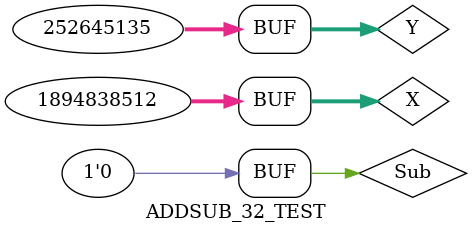
<source format=v>
`timescale 1ns / 1ps


module ADDSUB_32(X, Y, Sub, S, Cout);
    input [31:0] X,Y;
    input Sub;
    output [31:0]S;
    output Cout;
    wire Cout1;
    CLA_32 adder0 (X, Y^{32{Sub}}, Sub, S, Cout);
endmodule

module ADDSUB_32_TEST;
reg [31:0] X,Y;
reg Sub;
wire [31:0]S;
wire Cout;
ADDSUB_32 addsubtest ( .X(X), .Y(Y), .Sub(Sub), .S(S), .Cout(Cout));
    initial begin
      X = 'b00001111000011110000111100001111;
      Y = 'b01110000111100001111000011110000;
      Sub = 1;
      #20;
      X = 'b01110000111100001111000011110000;
      Y = 'b00001111000011110000111100001111;
      #20;
      Sub = 0;
    end
endmodule
</source>
